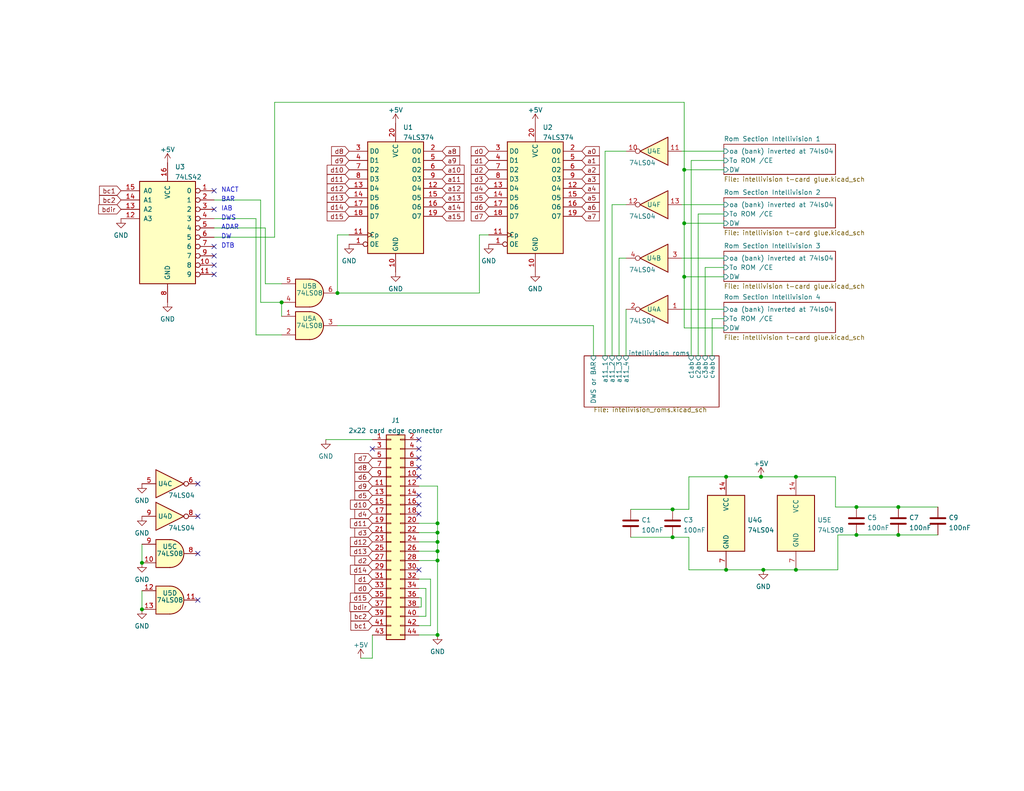
<source format=kicad_sch>
(kicad_sch (version 20211123) (generator eeschema)
  (paper "A")
  (lib_symbols
    (symbol "74xx:74LS04"
      (property "Reference" "U" (at 0 1.27 0))
      (property "Value" "74LS04" (at 0 -1.27 0))
      (symbol "74LS04_1_0"
        (polyline (pts (xy -3.81 3.81) (xy -3.81 -3.81) (xy 3.81 0) (xy -3.81 3.81)) (stroke (width 0.254)) (fill (type background)))
        (pin input line (at -7.62 0 0) (length 3.81) (name "~") (number "1"))
        (pin output inverted (at 7.62 0 180) (length 3.81) (name "~") (number "2"))
      )
      (symbol "74LS04_2_0"
        (polyline (pts (xy -3.81 3.81) (xy -3.81 -3.81) (xy 3.81 0) (xy -3.81 3.81)) (stroke (width 0.254)) (fill (type background)))
        (pin input line (at -7.62 0 0) (length 3.81) (name "~") (number "3"))
        (pin output inverted (at 7.62 0 180) (length 3.81) (name "~") (number "4"))
      )
      (symbol "74LS04_3_0"
        (polyline (pts (xy -3.81 3.81) (xy -3.81 -3.81) (xy 3.81 0) (xy -3.81 3.81)) (stroke (width 0.254)) (fill (type background)))
        (pin input line (at -7.62 0 0) (length 3.81) (name "~") (number "5"))
        (pin output inverted (at 7.62 0 180) (length 3.81) (name "~") (number "6"))
      )
      (symbol "74LS04_4_0"
        (polyline (pts (xy -3.81 3.81) (xy -3.81 -3.81) (xy 3.81 0) (xy -3.81 3.81)) (stroke (width 0.254)) (fill (type background)))
        (pin output inverted (at 7.62 0 180) (length 3.81) (name "~") (number "8"))
        (pin input line (at -7.62 0 0) (length 3.81) (name "~") (number "9"))
      )
      (symbol "74LS04_5_0"
        (polyline (pts (xy -3.81 3.81) (xy -3.81 -3.81) (xy 3.81 0) (xy -3.81 3.81)) (stroke (width 0.254)) (fill (type background)))
        (pin output inverted (at 7.62 0 180) (length 3.81) (name "~") (number "10"))
        (pin input line (at -7.62 0 0) (length 3.81) (name "~") (number "11"))
      )
      (symbol "74LS04_6_0"
        (polyline (pts (xy -3.81 3.81) (xy -3.81 -3.81) (xy 3.81 0) (xy -3.81 3.81)) (stroke (width 0.254)) (fill (type background)))
        (pin output inverted (at 7.62 0 180) (length 3.81) (name "~") (number "12"))
        (pin input line (at -7.62 0 0) (length 3.81) (name "~") (number "13"))
      )
      (symbol "74LS04_7_0"
        (pin power_in line (at 0 12.7 270) (length 5.08) (name "VCC") (number "14"))
        (pin power_in line (at 0 -12.7 90) (length 5.08) (name "GND") (number "7"))
      )
      (symbol "74LS04_7_1"
        (rectangle (start -5.08 7.62) (end 5.08 -7.62) (stroke (width 0.254)) (fill (type background)))
      )
    )
    (symbol "74xx:74LS08" (pin_names (offset 1.016))
      (property "Reference" "U" (at 0 1.27 0))
      (property "Value" "74LS08" (at 0 -1.27 0))
      (symbol "74LS08_1_1"
        (arc (start 0 -3.81) (mid 3.81 0) (end 0 3.81) (stroke (width 0.254)) (fill (type background)))
        (polyline (pts (xy 0 3.81) (xy -3.81 3.81) (xy -3.81 -3.81) (xy 0 -3.81)) (stroke (width 0.254)) (fill (type background)))
        (pin input line (at -7.62 2.54 0) (length 3.81) (name "~") (number "1"))
        (pin input line (at -7.62 -2.54 0) (length 3.81) (name "~") (number "2"))
        (pin output line (at 7.62 0 180) (length 3.81) (name "~") (number "3"))
      )
      (symbol "74LS08_1_2"
        (arc (start -3.81 -3.81) (mid -2.589 0) (end -3.81 3.81) (stroke (width 0.254)))
        (arc (start -0.6096 -3.81) (mid 2.1855 -2.584) (end 3.81 0) (stroke (width 0.254)) (fill (type background)))
        (polyline (pts (xy -3.81 -3.81) (xy -0.635 -3.81)) (stroke (width 0.254)) (fill (type background)))
        (polyline (pts (xy -3.81 3.81) (xy -0.635 3.81)) (stroke (width 0.254)) (fill (type background)))
        (polyline (pts (xy -0.635 3.81) (xy -3.81 3.81) (xy -3.81 3.81) (xy -3.556 3.4036) (xy -3.0226 2.2606) (xy -2.6924 1.0414) (xy -2.6162 -0.254) (xy -2.7686 -1.4986) (xy -3.175 -2.7178) (xy -3.81 -3.81) (xy -3.81 -3.81) (xy -0.635 -3.81)) (stroke (width -25.4)) (fill (type background)))
        (arc (start 3.81 0) (mid 2.1928 2.5925) (end -0.6096 3.81) (stroke (width 0.254)) (fill (type background)))
        (pin input inverted (at -7.62 2.54 0) (length 4.318) (name "~") (number "1"))
        (pin input inverted (at -7.62 -2.54 0) (length 4.318) (name "~") (number "2"))
        (pin output inverted (at 7.62 0 180) (length 3.81) (name "~") (number "3"))
      )
      (symbol "74LS08_2_1"
        (arc (start 0 -3.81) (mid 3.81 0) (end 0 3.81) (stroke (width 0.254)) (fill (type background)))
        (polyline (pts (xy 0 3.81) (xy -3.81 3.81) (xy -3.81 -3.81) (xy 0 -3.81)) (stroke (width 0.254)) (fill (type background)))
        (pin input line (at -7.62 2.54 0) (length 3.81) (name "~") (number "4"))
        (pin input line (at -7.62 -2.54 0) (length 3.81) (name "~") (number "5"))
        (pin output line (at 7.62 0 180) (length 3.81) (name "~") (number "6"))
      )
      (symbol "74LS08_2_2"
        (arc (start -3.81 -3.81) (mid -2.589 0) (end -3.81 3.81) (stroke (width 0.254)))
        (arc (start -0.6096 -3.81) (mid 2.1855 -2.584) (end 3.81 0) (stroke (width 0.254)) (fill (type background)))
        (polyline (pts (xy -3.81 -3.81) (xy -0.635 -3.81)) (stroke (width 0.254)) (fill (type background)))
        (polyline (pts (xy -3.81 3.81) (xy -0.635 3.81)) (stroke (width 0.254)) (fill (type background)))
        (polyline (pts (xy -0.635 3.81) (xy -3.81 3.81) (xy -3.81 3.81) (xy -3.556 3.4036) (xy -3.0226 2.2606) (xy -2.6924 1.0414) (xy -2.6162 -0.254) (xy -2.7686 -1.4986) (xy -3.175 -2.7178) (xy -3.81 -3.81) (xy -3.81 -3.81) (xy -0.635 -3.81)) (stroke (width -25.4)) (fill (type background)))
        (arc (start 3.81 0) (mid 2.1928 2.5925) (end -0.6096 3.81) (stroke (width 0.254)) (fill (type background)))
        (pin input inverted (at -7.62 2.54 0) (length 4.318) (name "~") (number "4"))
        (pin input inverted (at -7.62 -2.54 0) (length 4.318) (name "~") (number "5"))
        (pin output inverted (at 7.62 0 180) (length 3.81) (name "~") (number "6"))
      )
      (symbol "74LS08_3_1"
        (arc (start 0 -3.81) (mid 3.81 0) (end 0 3.81) (stroke (width 0.254)) (fill (type background)))
        (polyline (pts (xy 0 3.81) (xy -3.81 3.81) (xy -3.81 -3.81) (xy 0 -3.81)) (stroke (width 0.254)) (fill (type background)))
        (pin input line (at -7.62 -2.54 0) (length 3.81) (name "~") (number "10"))
        (pin output line (at 7.62 0 180) (length 3.81) (name "~") (number "8"))
        (pin input line (at -7.62 2.54 0) (length 3.81) (name "~") (number "9"))
      )
      (symbol "74LS08_3_2"
        (arc (start -3.81 -3.81) (mid -2.589 0) (end -3.81 3.81) (stroke (width 0.254)))
        (arc (start -0.6096 -3.81) (mid 2.1855 -2.584) (end 3.81 0) (stroke (width 0.254)) (fill (type background)))
        (polyline (pts (xy -3.81 -3.81) (xy -0.635 -3.81)) (stroke (width 0.254)) (fill (type background)))
        (polyline (pts (xy -3.81 3.81) (xy -0.635 3.81)) (stroke (width 0.254)) (fill (type background)))
        (polyline (pts (xy -0.635 3.81) (xy -3.81 3.81) (xy -3.81 3.81) (xy -3.556 3.4036) (xy -3.0226 2.2606) (xy -2.6924 1.0414) (xy -2.6162 -0.254) (xy -2.7686 -1.4986) (xy -3.175 -2.7178) (xy -3.81 -3.81) (xy -3.81 -3.81) (xy -0.635 -3.81)) (stroke (width -25.4)) (fill (type background)))
        (arc (start 3.81 0) (mid 2.1928 2.5925) (end -0.6096 3.81) (stroke (width 0.254)) (fill (type background)))
        (pin input inverted (at -7.62 -2.54 0) (length 4.318) (name "~") (number "10"))
        (pin output inverted (at 7.62 0 180) (length 3.81) (name "~") (number "8"))
        (pin input inverted (at -7.62 2.54 0) (length 4.318) (name "~") (number "9"))
      )
      (symbol "74LS08_4_1"
        (arc (start 0 -3.81) (mid 3.81 0) (end 0 3.81) (stroke (width 0.254)) (fill (type background)))
        (polyline (pts (xy 0 3.81) (xy -3.81 3.81) (xy -3.81 -3.81) (xy 0 -3.81)) (stroke (width 0.254)) (fill (type background)))
        (pin output line (at 7.62 0 180) (length 3.81) (name "~") (number "11"))
        (pin input line (at -7.62 2.54 0) (length 3.81) (name "~") (number "12"))
        (pin input line (at -7.62 -2.54 0) (length 3.81) (name "~") (number "13"))
      )
      (symbol "74LS08_4_2"
        (arc (start -3.81 -3.81) (mid -2.589 0) (end -3.81 3.81) (stroke (width 0.254)))
        (arc (start -0.6096 -3.81) (mid 2.1855 -2.584) (end 3.81 0) (stroke (width 0.254)) (fill (type background)))
        (polyline (pts (xy -3.81 -3.81) (xy -0.635 -3.81)) (stroke (width 0.254)) (fill (type background)))
        (polyline (pts (xy -3.81 3.81) (xy -0.635 3.81)) (stroke (width 0.254)) (fill (type background)))
        (polyline (pts (xy -0.635 3.81) (xy -3.81 3.81) (xy -3.81 3.81) (xy -3.556 3.4036) (xy -3.0226 2.2606) (xy -2.6924 1.0414) (xy -2.6162 -0.254) (xy -2.7686 -1.4986) (xy -3.175 -2.7178) (xy -3.81 -3.81) (xy -3.81 -3.81) (xy -0.635 -3.81)) (stroke (width -25.4)) (fill (type background)))
        (arc (start 3.81 0) (mid 2.1928 2.5925) (end -0.6096 3.81) (stroke (width 0.254)) (fill (type background)))
        (pin output inverted (at 7.62 0 180) (length 3.81) (name "~") (number "11"))
        (pin input inverted (at -7.62 2.54 0) (length 4.318) (name "~") (number "12"))
        (pin input inverted (at -7.62 -2.54 0) (length 4.318) (name "~") (number "13"))
      )
      (symbol "74LS08_5_0"
        (pin power_in line (at 0 12.7 270) (length 5.08) (name "VCC") (number "14"))
        (pin power_in line (at 0 -12.7 90) (length 5.08) (name "GND") (number "7"))
      )
      (symbol "74LS08_5_1"
        (rectangle (start -5.08 7.62) (end 5.08 -7.62) (stroke (width 0.254)) (fill (type background)))
      )
    )
    (symbol "74xx:74LS374"
      (property "Reference" "U" (at -7.62 16.51 0))
      (property "Value" "74LS374" (at -7.62 -16.51 0))
      (symbol "74LS374_1_0"
        (pin input inverted (at -12.7 -12.7 0) (length 5.08) (name "OE") (number "1"))
        (pin power_in line (at 0 -20.32 90) (length 5.08) (name "GND") (number "10"))
        (pin input clock (at -12.7 -10.16 0) (length 5.08) (name "Cp") (number "11"))
        (pin tri_state line (at 12.7 2.54 180) (length 5.08) (name "O4") (number "12"))
        (pin input line (at -12.7 2.54 0) (length 5.08) (name "D4") (number "13"))
        (pin input line (at -12.7 0 0) (length 5.08) (name "D5") (number "14"))
        (pin tri_state line (at 12.7 0 180) (length 5.08) (name "O5") (number "15"))
        (pin tri_state line (at 12.7 -2.54 180) (length 5.08) (name "O6") (number "16"))
        (pin input line (at -12.7 -2.54 0) (length 5.08) (name "D6") (number "17"))
        (pin input line (at -12.7 -5.08 0) (length 5.08) (name "D7") (number "18"))
        (pin tri_state line (at 12.7 -5.08 180) (length 5.08) (name "O7") (number "19"))
        (pin tri_state line (at 12.7 12.7 180) (length 5.08) (name "O0") (number "2"))
        (pin power_in line (at 0 20.32 270) (length 5.08) (name "VCC") (number "20"))
        (pin input line (at -12.7 12.7 0) (length 5.08) (name "D0") (number "3"))
        (pin input line (at -12.7 10.16 0) (length 5.08) (name "D1") (number "4"))
        (pin tri_state line (at 12.7 10.16 180) (length 5.08) (name "O1") (number "5"))
        (pin tri_state line (at 12.7 7.62 180) (length 5.08) (name "O2") (number "6"))
        (pin input line (at -12.7 7.62 0) (length 5.08) (name "D2") (number "7"))
        (pin input line (at -12.7 5.08 0) (length 5.08) (name "D3") (number "8"))
        (pin tri_state line (at 12.7 5.08 180) (length 5.08) (name "O3") (number "9"))
      )
      (symbol "74LS374_1_1"
        (rectangle (start -7.62 15.24) (end 7.62 -15.24) (stroke (width 0.254)) (fill (type background)))
      )
    )
    (symbol "74xx:74LS42" (pin_names (offset 1.016))
      (property "Reference" "U" (at -7.62 13.97 0))
      (property "Value" "74LS42" (at -7.62 -16.51 0))
      (symbol "74LS42_1_0"
        (pin output inverted (at 12.7 10.16 180) (length 5.08) (name "0") (number "1"))
        (pin output inverted (at 12.7 -10.16 180) (length 5.08) (name "8") (number "10"))
        (pin output inverted (at 12.7 -12.7 180) (length 5.08) (name "9") (number "11"))
        (pin input line (at -12.7 2.54 0) (length 5.08) (name "A3") (number "12"))
        (pin input line (at -12.7 5.08 0) (length 5.08) (name "A2") (number "13"))
        (pin input line (at -12.7 7.62 0) (length 5.08) (name "A1") (number "14"))
        (pin input line (at -12.7 10.16 0) (length 5.08) (name "A0") (number "15"))
        (pin power_in line (at 0 17.78 270) (length 5.08) (name "VCC") (number "16"))
        (pin output inverted (at 12.7 7.62 180) (length 5.08) (name "1") (number "2"))
        (pin output inverted (at 12.7 5.08 180) (length 5.08) (name "2") (number "3"))
        (pin output inverted (at 12.7 2.54 180) (length 5.08) (name "3") (number "4"))
        (pin output inverted (at 12.7 0 180) (length 5.08) (name "4") (number "5"))
        (pin output inverted (at 12.7 -2.54 180) (length 5.08) (name "5") (number "6"))
        (pin output inverted (at 12.7 -5.08 180) (length 5.08) (name "6") (number "7"))
        (pin power_in line (at 0 -20.32 90) (length 5.08) (name "GND") (number "8"))
        (pin output inverted (at 12.7 -7.62 180) (length 5.08) (name "7") (number "9"))
      )
      (symbol "74LS42_1_1"
        (rectangle (start -7.62 12.7) (end 7.62 -15.24) (stroke (width 0.254)) (fill (type background)))
      )
    )
    (symbol "Device:C" (pin_numbers hide) (pin_names (offset 0.254))
      (property "Reference" "C" (at 0.635 2.54 0))
      (property "Value" "C" (at 0.635 -2.54 0))
      (symbol "C_0_1"
        (polyline (pts (xy -2.032 -0.762) (xy 2.032 -0.762)) (stroke (width 0.508)))
        (polyline (pts (xy -2.032 0.762) (xy 2.032 0.762)) (stroke (width 0.508)))
      )
      (symbol "C_1_1"
        (pin passive line (at 0 3.81 270) (length 2.794) (name "~") (number "1"))
        (pin passive line (at 0 -3.81 90) (length 2.794) (name "~") (number "2"))
      )
    )
    (symbol "Evan's misc parts:2x22 card edge connector" (pin_names (offset 1.016) hide)
      (property "Reference" "J" (at 1.27 15.24 0))
      (property "Value" "2x22 card edge connector" (at 1.27 -43.18 0))
      (symbol "2x22 card edge connector_1_1"
        (rectangle (start -1.27 -40.513) (end 0 -40.767) (stroke (width 0.1524)))
        (rectangle (start -1.27 -37.973) (end 0 -38.227) (stroke (width 0.1524)))
        (rectangle (start -1.27 -35.433) (end 0 -35.687) (stroke (width 0.1524)))
        (rectangle (start -1.27 -32.893) (end 0 -33.147) (stroke (width 0.1524)))
        (rectangle (start -1.27 -30.353) (end 0 -30.607) (stroke (width 0.1524)))
        (rectangle (start -1.27 -27.813) (end 0 -28.067) (stroke (width 0.1524)))
        (rectangle (start -1.27 -25.273) (end 0 -25.527) (stroke (width 0.1524)))
        (rectangle (start -1.27 -22.733) (end 0 -22.987) (stroke (width 0.1524)))
        (rectangle (start -1.27 -20.193) (end 0 -20.447) (stroke (width 0.1524)))
        (rectangle (start -1.27 -17.653) (end 0 -17.907) (stroke (width 0.1524)))
        (rectangle (start -1.27 -15.113) (end 0 -15.367) (stroke (width 0.1524)))
        (rectangle (start -1.27 -15.113) (end 0 -15.367) (stroke (width 0.1524)))
        (rectangle (start -1.27 -12.573) (end 0 -12.827) (stroke (width 0.1524)))
        (rectangle (start -1.27 -10.033) (end 0 -10.287) (stroke (width 0.1524)))
        (rectangle (start -1.27 -7.493) (end 0 -7.747) (stroke (width 0.1524)))
        (rectangle (start -1.27 -4.953) (end 0 -5.207) (stroke (width 0.1524)))
        (rectangle (start -1.27 -2.413) (end 0 -2.667) (stroke (width 0.1524)))
        (rectangle (start -1.27 0.127) (end 0 -0.127) (stroke (width 0.1524)))
        (rectangle (start -1.27 2.667) (end 0 2.413) (stroke (width 0.1524)))
        (rectangle (start -1.27 5.207) (end 0 4.953) (stroke (width 0.1524)))
        (rectangle (start -1.27 7.747) (end 0 7.493) (stroke (width 0.1524)))
        (rectangle (start -1.27 10.287) (end 0 10.033) (stroke (width 0.1524)))
        (rectangle (start -1.27 12.827) (end 0 12.573) (stroke (width 0.1524)))
        (rectangle (start -1.27 13.97) (end 3.81 -41.91) (stroke (width 0.254)) (fill (type background)))
        (rectangle (start 3.81 -40.513) (end 2.54 -40.767) (stroke (width 0.1524)))
        (rectangle (start 3.81 -37.973) (end 2.54 -38.227) (stroke (width 0.1524)))
        (rectangle (start 3.81 -35.433) (end 2.54 -35.687) (stroke (width 0.1524)))
        (rectangle (start 3.81 -32.893) (end 2.54 -33.147) (stroke (width 0.1524)))
        (rectangle (start 3.81 -30.353) (end 2.54 -30.607) (stroke (width 0.1524)))
        (rectangle (start 3.81 -27.813) (end 2.54 -28.067) (stroke (width 0.1524)))
        (rectangle (start 3.81 -25.273) (end 2.54 -25.527) (stroke (width 0.1524)))
        (rectangle (start 3.81 -22.733) (end 2.54 -22.987) (stroke (width 0.1524)))
        (rectangle (start 3.81 -20.193) (end 2.54 -20.447) (stroke (width 0.1524)))
        (rectangle (start 3.81 -17.653) (end 2.54 -17.907) (stroke (width 0.1524)))
        (rectangle (start 3.81 -15.113) (end 2.54 -15.367) (stroke (width 0.1524)))
        (rectangle (start 3.81 -15.113) (end 2.54 -15.367) (stroke (width 0.1524)))
        (rectangle (start 3.81 -12.573) (end 2.54 -12.827) (stroke (width 0.1524)))
        (rectangle (start 3.81 -10.033) (end 2.54 -10.287) (stroke (width 0.1524)))
        (rectangle (start 3.81 -7.493) (end 2.54 -7.747) (stroke (width 0.1524)))
        (rectangle (start 3.81 -4.953) (end 2.54 -5.207) (stroke (width 0.1524)))
        (rectangle (start 3.81 -2.413) (end 2.54 -2.667) (stroke (width 0.1524)))
        (rectangle (start 3.81 0.127) (end 2.54 -0.127) (stroke (width 0.1524)))
        (rectangle (start 3.81 2.667) (end 2.54 2.413) (stroke (width 0.1524)))
        (rectangle (start 3.81 5.207) (end 2.54 4.953) (stroke (width 0.1524)))
        (rectangle (start 3.81 7.747) (end 2.54 7.493) (stroke (width 0.1524)))
        (rectangle (start 3.81 10.287) (end 2.54 10.033) (stroke (width 0.1524)))
        (rectangle (start 3.81 12.827) (end 2.54 12.573) (stroke (width 0.1524)))
        (pin passive line (at -5.08 12.7 0) (length 3.81) (name "Pin_1") (number "1"))
        (pin passive line (at 7.62 2.54 180) (length 3.81) (name "Pin_10") (number "10"))
        (pin passive line (at -5.08 0 0) (length 3.81) (name "Pin_11") (number "11"))
        (pin passive line (at 7.62 0 180) (length 3.81) (name "Pin_12") (number "12"))
        (pin passive line (at -5.08 -2.54 0) (length 3.81) (name "Pin_13") (number "13"))
        (pin passive line (at 7.62 -2.54 180) (length 3.81) (name "Pin_14") (number "14"))
        (pin passive line (at -5.08 -5.08 0) (length 3.81) (name "Pin_15") (number "15"))
        (pin passive line (at 7.62 -5.08 180) (length 3.81) (name "Pin_16") (number "16"))
        (pin passive line (at -5.08 -7.62 0) (length 3.81) (name "Pin_17") (number "17"))
        (pin passive line (at 7.62 -7.62 180) (length 3.81) (name "Pin_18") (number "18"))
        (pin passive line (at -5.08 -10.16 0) (length 3.81) (name "Pin_19") (number "19"))
        (pin passive line (at 7.62 12.7 180) (length 3.81) (name "Pin_2") (number "2"))
        (pin passive line (at 7.62 -10.16 180) (length 3.81) (name "Pin_20") (number "20"))
        (pin passive line (at -5.08 -12.7 0) (length 3.81) (name "Pin_21") (number "21"))
        (pin passive line (at 7.62 -12.7 180) (length 3.81) (name "Pin_22") (number "22"))
        (pin passive line (at -5.08 -15.24 0) (length 3.81) (name "Pin_23") (number "23"))
        (pin passive line (at 7.62 -15.24 180) (length 3.81) (name "Pin_24") (number "24"))
        (pin passive line (at -5.08 -17.78 0) (length 3.81) (name "Pin_25") (number "25"))
        (pin passive line (at 7.62 -17.78 180) (length 3.81) (name "Pin_26") (number "26"))
        (pin passive line (at -5.08 -20.32 0) (length 3.81) (name "Pin_27") (number "27"))
        (pin passive line (at 7.62 -20.32 180) (length 3.81) (name "Pin_28") (number "28"))
        (pin passive line (at -5.08 -22.86 0) (length 3.81) (name "Pin_29") (number "29"))
        (pin passive line (at -5.08 10.16 0) (length 3.81) (name "Pin_3") (number "3"))
        (pin passive line (at 7.62 -22.86 180) (length 3.81) (name "Pin_30") (number "30"))
        (pin passive line (at -5.08 -25.4 0) (length 3.81) (name "Pin_31") (number "31"))
        (pin passive line (at 7.62 -25.4 180) (length 3.81) (name "Pin_32") (number "32"))
        (pin passive line (at -5.08 -27.94 0) (length 3.81) (name "Pin_33") (number "33"))
        (pin passive line (at 7.62 -27.94 180) (length 3.81) (name "Pin_34") (number "34"))
        (pin passive line (at -5.08 -30.48 0) (length 3.81) (name "Pin_35") (number "35"))
        (pin passive line (at 7.62 -30.48 180) (length 3.81) (name "Pin_36") (number "36"))
        (pin passive line (at -5.08 -33.02 0) (length 3.81) (name "Pin_37") (number "37"))
        (pin passive line (at 7.62 -33.02 180) (length 3.81) (name "Pin_38") (number "38"))
        (pin passive line (at -5.08 -35.56 0) (length 3.81) (name "Pin_39") (number "39"))
        (pin passive line (at 7.62 10.16 180) (length 3.81) (name "Pin_4") (number "4"))
        (pin passive line (at 7.62 -35.56 180) (length 3.81) (name "Pin_40") (number "40"))
        (pin passive line (at -5.08 -38.1 0) (length 3.81) (name "Pin_41") (number "41"))
        (pin passive line (at 7.62 -38.1 180) (length 3.81) (name "Pin_42") (number "42"))
        (pin passive line (at -5.08 -40.64 0) (length 3.81) (name "Pin_43") (number "43"))
        (pin passive line (at 7.62 -40.64 180) (length 3.81) (name "Pin_44") (number "44"))
        (pin passive line (at -5.08 7.62 0) (length 3.81) (name "Pin_5") (number "5"))
        (pin passive line (at 7.62 7.62 180) (length 3.81) (name "Pin_6") (number "6"))
        (pin passive line (at -5.08 5.08 0) (length 3.81) (name "Pin_7") (number "7"))
        (pin passive line (at 7.62 5.08 180) (length 3.81) (name "Pin_8") (number "8"))
        (pin passive line (at -5.08 2.54 0) (length 3.81) (name "Pin_9") (number "9"))
      )
    )
    (symbol "power:+5V" (power) (pin_names (offset 0))
      (property "Value" "+5V" (at 0 3.556 0))
      (symbol "+5V_0_1"
        (polyline (pts (xy -0.762 1.27) (xy 0 2.54)))
        (polyline (pts (xy 0 0) (xy 0 2.54)))
        (polyline (pts (xy 0 2.54) (xy 0.762 1.27)))
      )
      (symbol "+5V_1_1"
        (pin power_in line (at 0 0 90) (length 0) hide (name "+5V") (number "1"))
      )
    )
    (symbol "power:GND" (power) (pin_names (offset 0))
      (property "Value" "GND" (at 0 -3.81 0))
      (symbol "GND_0_1"
        (polyline (pts (xy 0 0) (xy 0 -1.27) (xy 1.27 -1.27) (xy 0 -2.54) (xy -1.27 -1.27) (xy 0 -1.27)))
      )
      (symbol "GND_1_1"
        (pin power_in line (at 0 0 270) (length 0) hide (name "GND") (number "1"))
      )
    )
  )
  (junction (at 119.38 153.035))
  (junction (at 186.69 75.565))
  (junction (at 76.835 82.55))
  (junction (at 198.12 130.175))
  (junction (at 207.645 130.175))
  (junction (at 186.69 60.96))
  (junction (at 217.17 155.575))
  (junction (at 119.38 142.875))
  (junction (at 186.69 46.355))
  (junction (at 119.38 173.355))
  (junction (at 38.735 153.67))
  (junction (at 245.11 146.05))
  (junction (at 208.28 155.575))
  (junction (at 38.735 166.37))
  (junction (at 233.68 146.05))
  (junction (at 119.38 147.955))
  (junction (at 245.11 138.43))
  (junction (at 183.515 139.065))
  (junction (at 92.075 80.01))
  (junction (at 119.38 150.495))
  (junction (at 198.12 155.575))
  (junction (at 183.515 146.685))
  (junction (at 119.38 145.415))
  (junction (at 217.17 130.175))
  (junction (at 233.68 138.43))
  (no_connect (at 114.3 137.795))
  (no_connect (at 114.3 140.335))
  (no_connect (at 114.3 135.255))
  (no_connect (at 114.3 127.635))
  (no_connect (at 114.3 120.015))
  (no_connect (at 114.3 130.175))
  (no_connect (at 114.3 122.555))
  (no_connect (at 114.3 125.095))
  (no_connect (at 114.3 155.575))
  (no_connect (at 53.975 151.13))
  (no_connect (at 53.975 163.83))
  (no_connect (at 101.6 122.555))
  (no_connect (at 58.42 52.07))
  (no_connect (at 53.975 140.97))
  (no_connect (at 53.975 132.08))
  (no_connect (at 58.42 74.93))
  (no_connect (at 58.42 72.39))
  (no_connect (at 58.42 69.85))
  (no_connect (at 58.42 67.31))
  (no_connect (at 58.42 57.15))
  (wire (pts (xy 183.515 139.065) (xy 187.96 139.065)))
  (wire (pts (xy 186.055 41.275) (xy 197.485 41.275)))
  (wire (pts (xy 133.35 64.135) (xy 130.81 64.135)))
  (wire (pts (xy 114.3 170.815) (xy 117.475 170.815)))
  (wire (pts (xy 186.69 75.565) (xy 197.485 75.565)))
  (wire (pts (xy 245.11 146.05) (xy 233.68 146.05)))
  (wire (pts (xy 168.91 97.155) (xy 168.91 70.485)))
  (wire (pts (xy 245.11 138.43) (xy 233.68 138.43)))
  (wire (pts (xy 217.17 155.575) (xy 228.6 155.575)))
  (wire (pts (xy 186.69 46.355) (xy 186.69 60.96)))
  (wire (pts (xy 117.475 158.115) (xy 114.3 158.115)))
  (wire (pts (xy 58.42 62.23) (xy 72.39 62.23)))
  (wire (pts (xy 186.69 46.355) (xy 197.485 46.355)))
  (wire (pts (xy 167.005 55.88) (xy 170.815 55.88)))
  (wire (pts (xy 187.96 130.175) (xy 198.12 130.175)))
  (wire (pts (xy 194.31 86.995) (xy 197.485 86.995)))
  (wire (pts (xy 165.1 41.275) (xy 170.815 41.275)))
  (wire (pts (xy 255.905 138.43) (xy 245.11 138.43)))
  (wire (pts (xy 119.38 132.715) (xy 114.3 132.715)))
  (wire (pts (xy 198.12 130.175) (xy 207.645 130.175)))
  (wire (pts (xy 69.85 91.44) (xy 76.835 91.44)))
  (wire (pts (xy 58.42 59.69) (xy 69.85 59.69)))
  (wire (pts (xy 114.3 163.195) (xy 114.935 163.195)))
  (wire (pts (xy 190.5 58.42) (xy 197.485 58.42)))
  (wire (pts (xy 116.205 168.275) (xy 114.3 168.275)))
  (wire (pts (xy 198.12 155.575) (xy 208.28 155.575)))
  (wire (pts (xy 233.68 138.43) (xy 227.965 138.43)))
  (wire (pts (xy 58.42 64.77) (xy 74.93 64.77)))
  (wire (pts (xy 188.595 97.155) (xy 188.595 43.815)))
  (wire (pts (xy 186.69 60.96) (xy 197.485 60.96)))
  (wire (pts (xy 119.38 153.035) (xy 114.3 153.035)))
  (wire (pts (xy 114.3 160.655) (xy 116.205 160.655)))
  (wire (pts (xy 116.205 160.655) (xy 116.205 168.275)))
  (wire (pts (xy 101.6 179.705) (xy 101.6 173.355)))
  (wire (pts (xy 72.39 62.23) (xy 72.39 77.47)))
  (wire (pts (xy 58.42 54.61) (xy 71.12 54.61)))
  (wire (pts (xy 183.515 146.685) (xy 172.085 146.685)))
  (wire (pts (xy 92.075 80.01) (xy 130.81 80.01)))
  (wire (pts (xy 119.38 150.495) (xy 119.38 147.955)))
  (wire (pts (xy 119.38 173.355) (xy 119.38 153.035)))
  (wire (pts (xy 38.735 148.59) (xy 38.735 153.67)))
  (wire (pts (xy 119.38 147.955) (xy 114.3 147.955)))
  (wire (pts (xy 208.28 155.575) (xy 217.17 155.575)))
  (wire (pts (xy 233.68 146.05) (xy 228.6 146.05)))
  (wire (pts (xy 117.475 170.815) (xy 117.475 158.115)))
  (wire (pts (xy 186.69 60.96) (xy 186.69 75.565)))
  (wire (pts (xy 167.005 97.155) (xy 167.005 55.88)))
  (wire (pts (xy 130.81 64.135) (xy 130.81 80.01)))
  (wire (pts (xy 92.075 64.135) (xy 92.075 80.01)))
  (wire (pts (xy 168.91 70.485) (xy 170.815 70.485)))
  (wire (pts (xy 71.12 54.61) (xy 71.12 82.55)))
  (wire (pts (xy 165.1 97.155) (xy 165.1 41.275)))
  (wire (pts (xy 186.055 70.485) (xy 197.485 70.485)))
  (wire (pts (xy 217.17 130.175) (xy 227.965 130.175)))
  (wire (pts (xy 186.69 27.94) (xy 186.69 46.355)))
  (wire (pts (xy 114.935 163.195) (xy 114.935 165.735)))
  (wire (pts (xy 207.645 130.175) (xy 217.17 130.175)))
  (wire (pts (xy 119.38 147.955) (xy 119.38 145.415)))
  (wire (pts (xy 74.93 27.94) (xy 74.93 64.77)))
  (wire (pts (xy 197.485 89.535) (xy 186.69 89.535)))
  (wire (pts (xy 186.69 27.94) (xy 74.93 27.94)))
  (wire (pts (xy 170.815 84.455) (xy 170.815 97.155)))
  (wire (pts (xy 187.96 146.685) (xy 183.515 146.685)))
  (wire (pts (xy 38.735 161.29) (xy 38.735 166.37)))
  (wire (pts (xy 188.595 43.815) (xy 197.485 43.815)))
  (wire (pts (xy 119.38 153.035) (xy 119.38 150.495)))
  (wire (pts (xy 228.6 146.05) (xy 228.6 155.575)))
  (wire (pts (xy 186.055 55.88) (xy 197.485 55.88)))
  (wire (pts (xy 187.96 155.575) (xy 187.96 146.685)))
  (wire (pts (xy 161.925 88.9) (xy 161.925 97.155)))
  (wire (pts (xy 198.12 155.575) (xy 187.96 155.575)))
  (wire (pts (xy 71.12 82.55) (xy 76.835 82.55)))
  (wire (pts (xy 92.075 88.9) (xy 161.925 88.9)))
  (wire (pts (xy 114.935 165.735) (xy 114.3 165.735)))
  (wire (pts (xy 119.38 173.355) (xy 114.3 173.355)))
  (wire (pts (xy 192.405 97.155) (xy 192.405 73.025)))
  (wire (pts (xy 227.965 138.43) (xy 227.965 130.175)))
  (wire (pts (xy 95.25 64.135) (xy 92.075 64.135)))
  (wire (pts (xy 69.85 59.69) (xy 69.85 91.44)))
  (wire (pts (xy 190.5 97.155) (xy 190.5 58.42)))
  (wire (pts (xy 172.085 139.065) (xy 183.515 139.065)))
  (wire (pts (xy 119.38 150.495) (xy 114.3 150.495)))
  (wire (pts (xy 186.055 84.455) (xy 197.485 84.455)))
  (wire (pts (xy 119.38 145.415) (xy 119.38 142.875)))
  (wire (pts (xy 192.405 73.025) (xy 197.485 73.025)))
  (wire (pts (xy 119.38 142.875) (xy 114.3 142.875)))
  (wire (pts (xy 98.425 179.705) (xy 101.6 179.705)))
  (wire (pts (xy 194.31 97.155) (xy 194.31 86.995)))
  (wire (pts (xy 187.96 139.065) (xy 187.96 130.175)))
  (wire (pts (xy 76.835 82.55) (xy 76.835 86.36)))
  (wire (pts (xy 72.39 77.47) (xy 76.835 77.47)))
  (wire (pts (xy 119.38 132.715) (xy 119.38 142.875)))
  (wire (pts (xy 186.69 75.565) (xy 186.69 89.535)))
  (wire (pts (xy 88.9 120.015) (xy 101.6 120.015)))
  (wire (pts (xy 255.905 146.05) (xy 245.11 146.05)))
  (wire (pts (xy 119.38 145.415) (xy 114.3 145.415)))
  (text "ADAR" (at 60.325 62.865 0) (effects (font (size 1.27 1.27)) (justify left bottom)))
  (text "DTB" (at 60.325 67.945 0) (effects (font (size 1.27 1.27)) (justify left bottom)))
  (text "IAB" (at 60.325 57.785 0) (effects (font (size 1.27 1.27)) (justify left bottom)))
  (text "BAR" (at 60.325 55.245 0) (effects (font (size 1.27 1.27)) (justify left bottom)))
  (text "DWS" (at 60.325 60.325 0) (effects (font (size 1.27 1.27)) (justify left bottom)))
  (text "NACT" (at 60.325 52.705 0) (effects (font (size 1.27 1.27)) (justify left bottom)))
  (text "DW" (at 60.325 65.405 0) (effects (font (size 1.27 1.27)) (justify left bottom)))
  (global_label "d3" (shape input) (at 101.6 145.415 180) (property "Intersheet References" "${INTERSHEET_REFS}" (effects hide)))
  (global_label "d4" (shape input) (at 133.35 51.435 180) (property "Intersheet References" "${INTERSHEET_REFS}" (effects hide)))
  (global_label "a8" (shape input) (at 120.65 41.275 0) (property "Intersheet References" "${INTERSHEET_REFS}" (effects hide)))
  (global_label "d5" (shape input) (at 133.35 53.975 180) (property "Intersheet References" "${INTERSHEET_REFS}" (effects hide)))
  (global_label "bc1" (shape input) (at 33.02 52.07 180) (property "Intersheet References" "${INTERSHEET_REFS}" (effects hide)))
  (global_label "a9" (shape input) (at 120.65 43.815 0) (property "Intersheet References" "${INTERSHEET_REFS}" (effects hide)))
  (global_label "a12" (shape input) (at 120.65 51.435 0) (property "Intersheet References" "${INTERSHEET_REFS}" (effects hide)))
  (global_label "d0" (shape input) (at 133.35 41.275 180) (property "Intersheet References" "${INTERSHEET_REFS}" (effects hide)))
  (global_label "d10" (shape input) (at 95.25 46.355 180) (property "Intersheet References" "${INTERSHEET_REFS}" (effects hide)))
  (global_label "a3" (shape input) (at 158.75 48.895 0) (property "Intersheet References" "${INTERSHEET_REFS}" (effects hide)))
  (global_label "d0" (shape input) (at 101.6 160.655 180) (property "Intersheet References" "${INTERSHEET_REFS}" (effects hide)))
  (global_label "d14" (shape input) (at 95.25 56.515 180) (property "Intersheet References" "${INTERSHEET_REFS}" (effects hide)))
  (global_label "a15" (shape input) (at 120.65 59.055 0) (property "Intersheet References" "${INTERSHEET_REFS}" (effects hide)))
  (global_label "d9" (shape input) (at 95.25 43.815 180) (property "Intersheet References" "${INTERSHEET_REFS}" (effects hide)))
  (global_label "d8" (shape input) (at 101.6 127.635 180) (property "Intersheet References" "${INTERSHEET_REFS}" (effects hide)))
  (global_label "d10" (shape input) (at 101.6 137.795 180) (property "Intersheet References" "${INTERSHEET_REFS}" (effects hide)))
  (global_label "a10" (shape input) (at 120.65 46.355 0) (property "Intersheet References" "${INTERSHEET_REFS}" (effects hide)))
  (global_label "d1" (shape input) (at 101.6 158.115 180) (property "Intersheet References" "${INTERSHEET_REFS}" (effects hide)))
  (global_label "a7" (shape input) (at 158.75 59.055 0) (property "Intersheet References" "${INTERSHEET_REFS}" (effects hide)))
  (global_label "a14" (shape input) (at 120.65 56.515 0) (property "Intersheet References" "${INTERSHEET_REFS}" (effects hide)))
  (global_label "d15" (shape input) (at 95.25 59.055 180) (property "Intersheet References" "${INTERSHEET_REFS}" (effects hide)))
  (global_label "d5" (shape input) (at 101.6 135.255 180) (property "Intersheet References" "${INTERSHEET_REFS}" (effects hide)))
  (global_label "d15" (shape input) (at 101.6 163.195 180) (property "Intersheet References" "${INTERSHEET_REFS}" (effects hide)))
  (global_label "d6" (shape input) (at 101.6 130.175 180) (property "Intersheet References" "${INTERSHEET_REFS}" (effects hide)))
  (global_label "d4" (shape input) (at 101.6 140.335 180) (property "Intersheet References" "${INTERSHEET_REFS}" (effects hide)))
  (global_label "d14" (shape input) (at 101.6 155.575 180) (property "Intersheet References" "${INTERSHEET_REFS}" (effects hide)))
  (global_label "a6" (shape input) (at 158.75 56.515 0) (property "Intersheet References" "${INTERSHEET_REFS}" (effects hide)))
  (global_label "d7" (shape input) (at 133.35 59.055 180) (property "Intersheet References" "${INTERSHEET_REFS}" (effects hide)))
  (global_label "a2" (shape input) (at 158.75 46.355 0) (property "Intersheet References" "${INTERSHEET_REFS}" (effects hide)))
  (global_label "d12" (shape input) (at 101.6 147.955 180) (property "Intersheet References" "${INTERSHEET_REFS}" (effects hide)))
  (global_label "d9" (shape input) (at 101.6 132.715 180) (property "Intersheet References" "${INTERSHEET_REFS}" (effects hide)))
  (global_label "d2" (shape input) (at 101.6 153.035 180) (property "Intersheet References" "${INTERSHEET_REFS}" (effects hide)))
  (global_label "d7" (shape input) (at 101.6 125.095 180) (property "Intersheet References" "${INTERSHEET_REFS}" (effects hide)))
  (global_label "d6" (shape input) (at 133.35 56.515 180) (property "Intersheet References" "${INTERSHEET_REFS}" (effects hide)))
  (global_label "d13" (shape input) (at 101.6 150.495 180) (property "Intersheet References" "${INTERSHEET_REFS}" (effects hide)))
  (global_label "d13" (shape input) (at 95.25 53.975 180) (property "Intersheet References" "${INTERSHEET_REFS}" (effects hide)))
  (global_label "a0" (shape input) (at 158.75 41.275 0) (property "Intersheet References" "${INTERSHEET_REFS}" (effects hide)))
  (global_label "a13" (shape input) (at 120.65 53.975 0) (property "Intersheet References" "${INTERSHEET_REFS}" (effects hide)))
  (global_label "d2" (shape input) (at 133.35 46.355 180) (property "Intersheet References" "${INTERSHEET_REFS}" (effects hide)))
  (global_label "a5" (shape input) (at 158.75 53.975 0) (property "Intersheet References" "${INTERSHEET_REFS}" (effects hide)))
  (global_label "d11" (shape input) (at 95.25 48.895 180) (property "Intersheet References" "${INTERSHEET_REFS}" (effects hide)))
  (global_label "a1" (shape input) (at 158.75 43.815 0) (property "Intersheet References" "${INTERSHEET_REFS}" (effects hide)))
  (global_label "d11" (shape input) (at 101.6 142.875 180) (property "Intersheet References" "${INTERSHEET_REFS}" (effects hide)))
  (global_label "d3" (shape input) (at 133.35 48.895 180) (property "Intersheet References" "${INTERSHEET_REFS}" (effects hide)))
  (global_label "bc2" (shape input) (at 33.02 54.61 180) (property "Intersheet References" "${INTERSHEET_REFS}" (effects hide)))
  (global_label "a11" (shape input) (at 120.65 48.895 0) (property "Intersheet References" "${INTERSHEET_REFS}" (effects hide)))
  (global_label "bc1" (shape input) (at 101.6 170.815 180) (property "Intersheet References" "${INTERSHEET_REFS}" (effects hide)))
  (global_label "bdir" (shape input) (at 101.6 165.735 180) (property "Intersheet References" "${INTERSHEET_REFS}" (effects hide)))
  (global_label "d12" (shape input) (at 95.25 51.435 180) (property "Intersheet References" "${INTERSHEET_REFS}" (effects hide)))
  (global_label "bdir" (shape input) (at 33.02 57.15 180) (property "Intersheet References" "${INTERSHEET_REFS}" (effects hide)))
  (global_label "d8" (shape input) (at 95.25 41.275 180) (property "Intersheet References" "${INTERSHEET_REFS}" (effects hide)))
  (global_label "a4" (shape input) (at 158.75 51.435 0) (property "Intersheet References" "${INTERSHEET_REFS}" (effects hide)))
  (global_label "d1" (shape input) (at 133.35 43.815 180) (property "Intersheet References" "${INTERSHEET_REFS}" (effects hide)))
  (global_label "bc2" (shape input) (at 101.6 168.275 180) (property "Intersheet References" "${INTERSHEET_REFS}" (effects hide)))
  (symbol (lib_id "74xx:74LS04") (at 198.12 142.875 0) (unit 7)
    (property "Reference" "U4" (at 203.962 141.9665 0) (effects (justify left)))
    (property "Value" "74LS04" (at 203.962 144.7416 0) (effects (justify left)))
    (property "Footprint" "Package_DIP:DIP-14_W7.62mm" (effects hide))
    (property "Datasheet" "http://www.ti.com/lit/gpn/sn74LS04" (effects hide))
  )
  (symbol (lib_id "Device:C") (at 255.905 142.24 0) (unit 1)
    (property "Reference" "C9" (at 258.826 141.3315 0) (effects (justify left)))
    (property "Value" "100nF" (at 258.826 144.1066 0) (effects (justify left)))
    (property "Footprint" "Capacitor_THT:C_Disc_D3.8mm_W2.6mm_P2.50mm" (effects hide))
  )
  (symbol (lib_id "74xx:74LS42") (at 45.72 62.23 0) (unit 1)
    (property "Reference" "U3" (at 47.7394 45.5635 0) (effects (justify left)))
    (property "Value" "74LS42" (at 47.7394 48.3386 0) (effects (justify left)))
    (property "Footprint" "Package_DIP:DIP-16_W7.62mm" (effects hide))
    (property "Datasheet" "http://www.ti.com/lit/gpn/sn74LS42" (effects hide))
  )
  (symbol (lib_id "74xx:74LS04") (at 46.355 132.08 0) (unit 3)
    (property "Reference" "U4" (at 45.085 132.08 0))
    (property "Value" "74LS04" (at 49.53 135.255 0))
    (property "Footprint" "Package_DIP:DIP-14_W7.62mm" (effects hide))
    (property "Datasheet" "http://www.ti.com/lit/gpn/sn74LS04" (effects hide))
  )
  (symbol (lib_id "Device:C") (at 172.085 142.875 0) (unit 1)
    (property "Reference" "C1" (at 175.006 141.9665 0) (effects (justify left)))
    (property "Value" "100nF" (at 175.006 144.7416 0) (effects (justify left)))
    (property "Footprint" "Capacitor_THT:C_Disc_D3.8mm_W2.6mm_P2.50mm" (effects hide))
  )
  (symbol (lib_id "74xx:74LS04") (at 178.435 41.275 180) (unit 5)
    (property "Reference" "U4" (at 178.435 41.275 0))
    (property "Value" "74LS04" (at 175.26 44.45 0))
    (property "Footprint" "Package_DIP:DIP-14_W7.62mm" (effects hide))
    (property "Datasheet" "http://www.ti.com/lit/gpn/sn74LS04" (effects hide))
  )
  (symbol (lib_id "power:+5V") (at 107.95 33.655 0) (unit 1)
    (property "Reference" "#PWR011" (effects hide))
    (property "Value" "+5V" (at 107.95 30.0505 0))
  )
  (symbol (lib_id "74xx:74LS374") (at 107.95 53.975 0) (unit 1)
    (property "Reference" "U1" (at 109.9694 34.7685 0) (effects (justify left)))
    (property "Value" "74LS374" (at 109.9694 37.5436 0) (effects (justify left)))
    (property "Footprint" "Package_DIP:DIP-20_W7.62mm" (effects hide))
    (property "Datasheet" "http://www.ti.com/lit/gpn/sn74LS374" (effects hide))
  )
  (symbol (lib_id "74xx:74LS04") (at 178.435 55.88 180) (unit 6)
    (property "Reference" "U4" (at 178.435 55.88 0))
    (property "Value" "74LS04" (at 175.26 59.055 0))
    (property "Footprint" "Package_DIP:DIP-14_W7.62mm" (effects hide))
    (property "Datasheet" "http://www.ti.com/lit/gpn/sn74LS04" (effects hide))
  )
  (symbol (lib_id "Device:C") (at 183.515 142.875 0) (unit 1)
    (property "Reference" "C3" (at 186.436 141.9665 0) (effects (justify left)))
    (property "Value" "100nF" (at 186.436 144.7416 0) (effects (justify left)))
    (property "Footprint" "Capacitor_THT:C_Disc_D3.8mm_W2.6mm_P2.50mm" (effects hide))
  )
  (symbol (lib_id "74xx:74LS08") (at 46.355 163.83 0) (unit 4)
    (property "Reference" "U5" (at 46.355 161.925 0))
    (property "Value" "74LS08" (at 46.355 163.83 0))
    (property "Footprint" "Package_DIP:DIP-14_W7.62mm" (effects hide))
    (property "Datasheet" "http://www.ti.com/lit/gpn/sn74LS08" (effects hide))
  )
  (symbol (lib_id "74xx:74LS04") (at 178.435 70.485 180) (unit 2)
    (property "Reference" "U4" (at 178.435 70.485 0))
    (property "Value" "74LS04" (at 175.26 73.66 0))
    (property "Footprint" "Package_DIP:DIP-14_W7.62mm" (effects hide))
    (property "Datasheet" "http://www.ti.com/lit/gpn/sn74LS04" (effects hide))
  )
  (symbol (lib_id "power:GND") (at 38.735 132.08 0) (unit 1)
    (property "Reference" "#PWR02" (effects hide))
    (property "Value" "GND" (at 38.735 136.6425 0))
  )
  (symbol (lib_id "74xx:74LS04") (at 178.435 84.455 180) (unit 1)
    (property "Reference" "U4" (at 178.435 84.455 0))
    (property "Value" "74LS04" (at 175.26 87.63 0))
    (property "Footprint" "Package_DIP:DIP-14_W7.62mm" (effects hide))
    (property "Datasheet" "http://www.ti.com/lit/gpn/sn74LS04" (effects hide))
  )
  (symbol (lib_id "power:GND") (at 95.25 66.675 0) (unit 1)
    (property "Reference" "#PWR09" (effects hide))
    (property "Value" "GND" (at 95.25 71.2375 0))
  )
  (symbol (lib_id "power:+5V") (at 45.72 44.45 0) (unit 1)
    (property "Reference" "#PWR06" (effects hide))
    (property "Value" "+5V" (at 45.72 40.8455 0))
  )
  (symbol (lib_id "Evan's misc parts:2x22 card edge connector") (at 106.68 132.715 0) (unit 1)
    (property "Reference" "J1" (at 107.95 114.7785 0))
    (property "Value" "2x22 card edge connector" (at 107.95 117.5536 0))
    (property "Footprint" "Evan's misc parts:edge mounted 44 pin card edge connector (2x22 pin)" (effects hide))
  )
  (symbol (lib_id "power:GND") (at 107.95 74.295 0) (unit 1)
    (property "Reference" "#PWR012" (effects hide))
    (property "Value" "GND" (at 107.95 78.8575 0))
  )
  (symbol (lib_id "Device:C") (at 245.11 142.24 0) (unit 1)
    (property "Reference" "C7" (at 248.031 141.3315 0) (effects (justify left)))
    (property "Value" "100nF" (at 248.031 144.1066 0) (effects (justify left)))
    (property "Footprint" "Capacitor_THT:C_Disc_D3.8mm_W2.6mm_P2.50mm" (effects hide))
  )
  (symbol (lib_id "power:GND") (at 88.9 120.015 0) (unit 1)
    (property "Reference" "#PWR08" (effects hide))
    (property "Value" "GND" (at 88.9 124.5775 0))
  )
  (symbol (lib_id "power:GND") (at 208.28 155.575 0) (unit 1)
    (property "Reference" "#PWR018" (effects hide))
    (property "Value" "GND" (at 208.28 160.1375 0))
  )
  (symbol (lib_id "power:GND") (at 45.72 82.55 0) (unit 1)
    (property "Reference" "#PWR07" (effects hide))
    (property "Value" "GND" (at 45.72 87.1125 0))
  )
  (symbol (lib_id "74xx:74LS08") (at 84.455 80.01 0) (mirror x) (unit 2)
    (property "Reference" "U5" (at 84.455 78.105 0))
    (property "Value" "74LS08" (at 84.455 80.01 0))
    (property "Footprint" "Package_DIP:DIP-14_W7.62mm" (effects hide))
    (property "Datasheet" "http://www.ti.com/lit/gpn/sn74LS08" (effects hide))
  )
  (symbol (lib_id "74xx:74LS08") (at 84.455 88.9 0) (unit 1)
    (property "Reference" "U5" (at 84.455 86.995 0))
    (property "Value" "74LS08" (at 84.455 88.9 0))
    (property "Footprint" "Package_DIP:DIP-14_W7.62mm" (effects hide))
    (property "Datasheet" "http://www.ti.com/lit/gpn/sn74LS08" (effects hide))
  )
  (symbol (lib_id "74xx:74LS04") (at 46.355 140.97 0) (unit 4)
    (property "Reference" "U4" (at 45.085 140.97 0))
    (property "Value" "74LS04" (at 49.53 144.145 0))
    (property "Footprint" "Package_DIP:DIP-14_W7.62mm" (effects hide))
    (property "Datasheet" "http://www.ti.com/lit/gpn/sn74LS04" (effects hide))
  )
  (symbol (lib_id "power:+5V") (at 146.05 33.655 0) (unit 1)
    (property "Reference" "#PWR015" (effects hide))
    (property "Value" "+5V" (at 146.05 30.0505 0))
  )
  (symbol (lib_id "power:+5V") (at 98.425 179.705 0) (unit 1)
    (property "Reference" "#PWR010" (effects hide))
    (property "Value" "+5V" (at 98.425 176.1005 0))
  )
  (symbol (lib_id "power:GND") (at 146.05 74.295 0) (unit 1)
    (property "Reference" "#PWR016" (effects hide))
    (property "Value" "GND" (at 146.05 78.8575 0))
  )
  (symbol (lib_id "74xx:74LS374") (at 146.05 53.975 0) (unit 1)
    (property "Reference" "U2" (at 148.0694 34.7685 0) (effects (justify left)))
    (property "Value" "74LS374" (at 148.0694 37.5436 0) (effects (justify left)))
    (property "Footprint" "Package_DIP:DIP-20_W7.62mm" (effects hide))
    (property "Datasheet" "http://www.ti.com/lit/gpn/sn74LS374" (effects hide))
  )
  (symbol (lib_id "power:GND") (at 38.735 140.97 0) (unit 1)
    (property "Reference" "#PWR03" (effects hide))
    (property "Value" "GND" (at 38.735 145.5325 0))
  )
  (symbol (lib_id "74xx:74LS08") (at 217.17 142.875 0) (unit 5)
    (property "Reference" "U5" (at 223.012 141.9665 0) (effects (justify left)))
    (property "Value" "74LS08" (at 223.012 144.7416 0) (effects (justify left)))
    (property "Footprint" "Package_DIP:DIP-14_W7.62mm" (effects hide))
    (property "Datasheet" "http://www.ti.com/lit/gpn/sn74LS08" (effects hide))
  )
  (symbol (lib_id "power:GND") (at 133.35 66.675 0) (unit 1)
    (property "Reference" "#PWR014" (effects hide))
    (property "Value" "GND" (at 133.35 71.2375 0))
  )
  (symbol (lib_id "power:GND") (at 119.38 173.355 0) (unit 1)
    (property "Reference" "#PWR013" (effects hide))
    (property "Value" "GND" (at 119.38 177.9175 0))
  )
  (symbol (lib_id "power:+5V") (at 207.645 130.175 0) (unit 1)
    (property "Reference" "#PWR017" (effects hide))
    (property "Value" "+5V" (at 207.645 126.5705 0))
  )
  (symbol (lib_id "power:GND") (at 38.735 166.37 0) (unit 1)
    (property "Reference" "#PWR05" (effects hide))
    (property "Value" "GND" (at 38.735 170.9325 0))
  )
  (symbol (lib_id "power:GND") (at 33.02 59.69 0) (unit 1)
    (property "Reference" "#PWR01" (effects hide))
    (property "Value" "GND" (at 33.02 64.2525 0))
  )
  (symbol (lib_id "power:GND") (at 38.735 153.67 0) (unit 1)
    (property "Reference" "#PWR04" (effects hide))
    (property "Value" "GND" (at 38.735 158.2325 0))
  )
  (symbol (lib_id "74xx:74LS08") (at 46.355 151.13 0) (unit 3)
    (property "Reference" "U5" (at 46.355 149.225 0))
    (property "Value" "74LS08" (at 46.355 151.13 0))
    (property "Footprint" "Package_DIP:DIP-14_W7.62mm" (effects hide))
    (property "Datasheet" "http://www.ti.com/lit/gpn/sn74LS08" (effects hide))
  )
  (symbol (lib_id "Device:C") (at 233.68 142.24 0) (unit 1)
    (property "Reference" "C5" (at 236.601 141.3315 0) (effects (justify left)))
    (property "Value" "100nF" (at 236.601 144.1066 0) (effects (justify left)))
    (property "Footprint" "Capacitor_THT:C_Disc_D3.8mm_W2.6mm_P2.50mm" (effects hide))
  )
  (sheet (at 197.485 53.975) (size 30.48 8.255) (stroke (width 0.1524))
    (property "Sheet name" "Rom Section Intellivision 2" (at 197.485 53.2634 0) (effects (justify left bottom)))
    (property "Sheet file" "intellivision t-card glue.kicad_sch" (at 197.485 62.8146 0) (effects (justify left top)))
    (pin "oa (bank) inverted at 74ls04" input (at 197.485 55.88 180))
    (pin "DW" input (at 197.485 60.96 180))
    (pin "To ROM {slash}CE" input (at 197.485 58.42 180))
  )
  (sheet (at 159.385 97.155) (size 36.83 13.97) (stroke (width 0.1524))
    (property "Sheet name" "intellivision roms" (at 171.45 97.155 0) (effects (justify left bottom)))
    (property "Sheet file" "intelivision_roms.kicad_sch" (at 161.925 111.125 0) (effects (justify left top)))
    (pin "DWS or BAR" input (at 161.925 97.155 90))
    (pin "c1ab" input (at 188.595 97.155 90))
    (pin "c2ab" input (at 190.5 97.155 90))
    (pin "c3ab" input (at 192.405 97.155 90))
    (pin "c4ab" input (at 194.31 97.155 90))
    (pin "a11_2" input (at 167.005 97.155 90))
    (pin "a11_1" input (at 165.1 97.155 90))
    (pin "a11_4" input (at 170.815 97.155 90))
    (pin "a11_3" input (at 168.91 97.155 90))
  )
  (sheet (at 197.485 39.37) (size 30.48 8.255) (stroke (width 0.1524))
    (property "Sheet name" "Rom Section Intellivision 1" (at 197.485 38.6584 0) (effects (justify left bottom)))
    (property "Sheet file" "intellivision t-card glue.kicad_sch" (at 197.485 48.2096 0) (effects (justify left top)))
    (pin "oa (bank) inverted at 74ls04" input (at 197.485 41.275 180))
    (pin "DW" input (at 197.485 46.355 180))
    (pin "To ROM {slash}CE" input (at 197.485 43.815 180))
  )
  (sheet (at 197.485 82.55) (size 30.48 8.255) (stroke (width 0.1524))
    (property "Sheet name" "Rom Section Intellivision 4" (at 197.485 81.8384 0) (effects (justify left bottom)))
    (property "Sheet file" "intellivision t-card glue.kicad_sch" (at 197.485 91.3896 0) (effects (justify left top)))
    (pin "oa (bank) inverted at 74ls04" input (at 197.485 84.455 180))
    (pin "DW" input (at 197.485 89.535 180))
    (pin "To ROM {slash}CE" input (at 197.485 86.995 180))
  )
  (sheet (at 197.485 68.58) (size 30.48 8.255) (stroke (width 0.1524))
    (property "Sheet name" "Rom Section Intellivision 3" (at 197.485 67.8684 0) (effects (justify left bottom)))
    (property "Sheet file" "intellivision t-card glue.kicad_sch" (at 197.485 77.4196 0) (effects (justify left top)))
    (pin "oa (bank) inverted at 74ls04" input (at 197.485 70.485 180))
    (pin "DW" input (at 197.485 75.565 180))
    (pin "To ROM {slash}CE" input (at 197.485 73.025 180))
  )
)
</source>
